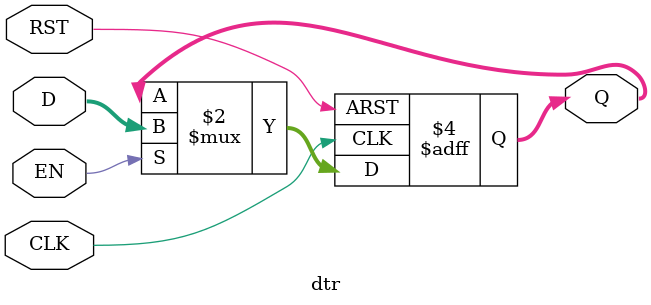
<source format=v>
`timescale 1ns / 1ps


module dtr #(
    parameter WDT = 7
) (
    input CLK,
    input [WDT - 1 : 0]D,
    input RST,
    input EN,
    output reg [WDT - 1 : 0]Q
);

//always@(posedge CLK) sync rest
always@(posedge CLK, posedge RST) // async
    if (RST)
        Q <= {WDT{1'b0}}; // OR  Q <= 0;
    else if (EN)
        Q <= D;

endmodule

</source>
